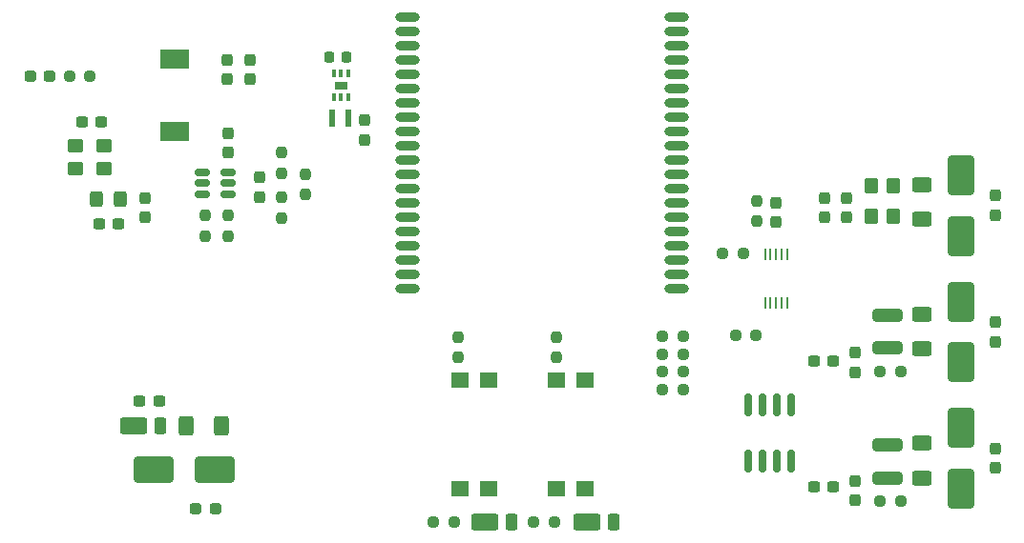
<source format=gbr>
%TF.GenerationSoftware,KiCad,Pcbnew,9.0.4*%
%TF.CreationDate,2025-09-18T14:16:59+03:00*%
%TF.ProjectId,HidroNode_Project,48696472-6f4e-46f6-9465-5f50726f6a65,rev?*%
%TF.SameCoordinates,Original*%
%TF.FileFunction,Paste,Top*%
%TF.FilePolarity,Positive*%
%FSLAX46Y46*%
G04 Gerber Fmt 4.6, Leading zero omitted, Abs format (unit mm)*
G04 Created by KiCad (PCBNEW 9.0.4) date 2025-09-18 14:16:59*
%MOMM*%
%LPD*%
G01*
G04 APERTURE LIST*
G04 Aperture macros list*
%AMRoundRect*
0 Rectangle with rounded corners*
0 $1 Rounding radius*
0 $2 $3 $4 $5 $6 $7 $8 $9 X,Y pos of 4 corners*
0 Add a 4 corners polygon primitive as box body*
4,1,4,$2,$3,$4,$5,$6,$7,$8,$9,$2,$3,0*
0 Add four circle primitives for the rounded corners*
1,1,$1+$1,$2,$3*
1,1,$1+$1,$4,$5*
1,1,$1+$1,$6,$7*
1,1,$1+$1,$8,$9*
0 Add four rect primitives between the rounded corners*
20,1,$1+$1,$2,$3,$4,$5,0*
20,1,$1+$1,$4,$5,$6,$7,0*
20,1,$1+$1,$6,$7,$8,$9,0*
20,1,$1+$1,$8,$9,$2,$3,0*%
G04 Aperture macros list end*
%ADD10C,0.010000*%
%ADD11RoundRect,0.237500X0.250000X0.237500X-0.250000X0.237500X-0.250000X-0.237500X0.250000X-0.237500X0*%
%ADD12RoundRect,0.237500X0.237500X-0.300000X0.237500X0.300000X-0.237500X0.300000X-0.237500X-0.300000X0*%
%ADD13RoundRect,0.237500X-0.237500X0.300000X-0.237500X-0.300000X0.237500X-0.300000X0.237500X0.300000X0*%
%ADD14RoundRect,0.250000X0.625000X-0.400000X0.625000X0.400000X-0.625000X0.400000X-0.625000X-0.400000X0*%
%ADD15RoundRect,0.237500X-0.237500X0.250000X-0.237500X-0.250000X0.237500X-0.250000X0.237500X0.250000X0*%
%ADD16R,1.600200X1.320800*%
%ADD17R,0.320000X0.660000*%
%ADD18RoundRect,0.250000X-0.400000X-0.625000X0.400000X-0.625000X0.400000X0.625000X-0.400000X0.625000X0*%
%ADD19RoundRect,0.237500X-0.287500X-0.237500X0.287500X-0.237500X0.287500X0.237500X-0.287500X0.237500X0*%
%ADD20RoundRect,0.237500X-0.250000X-0.237500X0.250000X-0.237500X0.250000X0.237500X-0.250000X0.237500X0*%
%ADD21RoundRect,0.250000X0.900000X-1.500000X0.900000X1.500000X-0.900000X1.500000X-0.900000X-1.500000X0*%
%ADD22R,2.500000X1.700000*%
%ADD23R,2.600000X1.700000*%
%ADD24RoundRect,0.237500X-0.300000X-0.237500X0.300000X-0.237500X0.300000X0.237500X-0.300000X0.237500X0*%
%ADD25RoundRect,0.250000X0.350000X0.450000X-0.350000X0.450000X-0.350000X-0.450000X0.350000X-0.450000X0*%
%ADD26RoundRect,0.237500X0.237500X-0.250000X0.237500X0.250000X-0.237500X0.250000X-0.237500X-0.250000X0*%
%ADD27RoundRect,0.250000X0.950000X0.500000X-0.950000X0.500000X-0.950000X-0.500000X0.950000X-0.500000X0*%
%ADD28RoundRect,0.250000X0.275000X0.500000X-0.275000X0.500000X-0.275000X-0.500000X0.275000X-0.500000X0*%
%ADD29RoundRect,0.250000X0.450000X-0.350000X0.450000X0.350000X-0.450000X0.350000X-0.450000X-0.350000X0*%
%ADD30RoundRect,0.250000X1.075000X-0.312500X1.075000X0.312500X-1.075000X0.312500X-1.075000X-0.312500X0*%
%ADD31RoundRect,0.250000X-0.350000X-0.450000X0.350000X-0.450000X0.350000X0.450000X-0.350000X0.450000X0*%
%ADD32RoundRect,0.250000X-1.500000X-0.900000X1.500000X-0.900000X1.500000X0.900000X-1.500000X0.900000X0*%
%ADD33RoundRect,0.150000X-0.512500X-0.150000X0.512500X-0.150000X0.512500X0.150000X-0.512500X0.150000X0*%
%ADD34RoundRect,0.250000X0.325000X0.450000X-0.325000X0.450000X-0.325000X-0.450000X0.325000X-0.450000X0*%
%ADD35RoundRect,0.237500X0.300000X0.237500X-0.300000X0.237500X-0.300000X-0.237500X0.300000X-0.237500X0*%
%ADD36RoundRect,0.225000X0.225000X0.250000X-0.225000X0.250000X-0.225000X-0.250000X0.225000X-0.250000X0*%
%ADD37R,0.550000X1.600000*%
%ADD38O,2.200000X0.800000*%
%ADD39RoundRect,0.150000X0.150000X-0.825000X0.150000X0.825000X-0.150000X0.825000X-0.150000X-0.825000X0*%
%ADD40R,0.250000X1.100000*%
G04 APERTURE END LIST*
D10*
%TO.C,U7*%
X68906000Y-48441000D02*
X67894000Y-48441000D01*
X67894000Y-47809000D01*
X68906000Y-47809000D01*
X68906000Y-48441000D01*
G36*
X68906000Y-48441000D02*
G01*
X67894000Y-48441000D01*
X67894000Y-47809000D01*
X68906000Y-47809000D01*
X68906000Y-48441000D01*
G37*
%TD*%
D11*
%TO.C,R57*%
X98725000Y-70400000D03*
X96900000Y-70400000D03*
%TD*%
%TO.C,R56*%
X98725000Y-72000000D03*
X96900000Y-72000000D03*
%TD*%
%TO.C,R55*%
X98725000Y-73600000D03*
X96900000Y-73600000D03*
%TD*%
%TO.C,R54*%
X98725000Y-75200000D03*
X96900000Y-75200000D03*
%TD*%
D12*
%TO.C,C2*%
X126400000Y-82150000D03*
X126400000Y-80425000D03*
%TD*%
%TO.C,C4*%
X113200000Y-59862500D03*
X113200000Y-58137500D03*
%TD*%
D13*
%TO.C,C17*%
X51000000Y-58137500D03*
X51000000Y-59862500D03*
%TD*%
D14*
%TO.C,RV3*%
X119900000Y-60050000D03*
X119900000Y-56950000D03*
%TD*%
D15*
%TO.C,R15*%
X78737500Y-70486100D03*
X78737500Y-72311100D03*
%TD*%
D12*
%TO.C,C22*%
X61200000Y-58025000D03*
X61200000Y-56300000D03*
%TD*%
D16*
%TO.C,U5*%
X78967500Y-84000000D03*
X81507500Y-84000000D03*
X81507500Y-74297200D03*
X78967500Y-74297200D03*
%TD*%
D12*
%TO.C,C7*%
X111300000Y-59862500D03*
X111300000Y-58137500D03*
%TD*%
D17*
%TO.C,U7*%
X67750000Y-49150000D03*
X68400000Y-49150000D03*
X69050000Y-49150000D03*
X69050000Y-47100000D03*
X68400000Y-47100000D03*
X67750000Y-47100000D03*
%TD*%
D14*
%TO.C,RV2*%
X119900000Y-71543750D03*
X119900000Y-68443750D03*
%TD*%
D18*
%TO.C,RV4*%
X54650000Y-78400000D03*
X57750000Y-78400000D03*
%TD*%
D19*
%TO.C,F1*%
X55484037Y-85750000D03*
X57234037Y-85750000D03*
%TD*%
D11*
%TO.C,R6*%
X118062500Y-73600000D03*
X116237500Y-73600000D03*
%TD*%
D20*
%TO.C,R13*%
X76575000Y-86898600D03*
X78400000Y-86898600D03*
%TD*%
D21*
%TO.C,D3*%
X123400000Y-61500000D03*
X123400000Y-56100000D03*
%TD*%
D22*
%TO.C,L4*%
X53600000Y-52225000D03*
D23*
X53600000Y-45800000D03*
%TD*%
D12*
%TO.C,C20*%
X58300000Y-47562500D03*
X58300000Y-45837500D03*
%TD*%
D15*
%TO.C,R14*%
X87500000Y-70486100D03*
X87500000Y-72311100D03*
%TD*%
D24*
%TO.C,C13*%
X50537500Y-76200000D03*
X52262500Y-76200000D03*
%TD*%
D25*
%TO.C,R4*%
X117400000Y-57050000D03*
X115400000Y-57050000D03*
%TD*%
D26*
%TO.C,R42*%
X58400000Y-61500000D03*
X58400000Y-59675000D03*
%TD*%
D15*
%TO.C,R47*%
X63100000Y-54087500D03*
X63100000Y-55912500D03*
%TD*%
D12*
%TO.C,C21*%
X60300000Y-47562500D03*
X60300000Y-45837500D03*
%TD*%
D27*
%TO.C,D5*%
X81137500Y-86898600D03*
D28*
X83512500Y-86898600D03*
%TD*%
D29*
%TO.C,R7*%
X44800000Y-55500000D03*
X44800000Y-53500000D03*
%TD*%
D30*
%TO.C,R2*%
X116900000Y-83000000D03*
X116900000Y-80075000D03*
%TD*%
D24*
%TO.C,C10*%
X110337500Y-72617500D03*
X112062500Y-72617500D03*
%TD*%
D31*
%TO.C,R1*%
X115400000Y-59800000D03*
X117400000Y-59800000D03*
%TD*%
D32*
%TO.C,D7*%
X51800000Y-82250000D03*
X57200000Y-82250000D03*
%TD*%
D33*
%TO.C,U8*%
X56100000Y-55875000D03*
X56100000Y-56825000D03*
X56100000Y-57775000D03*
X58375000Y-57775000D03*
X58375000Y-56825000D03*
X58375000Y-55875000D03*
%TD*%
D11*
%TO.C,R11*%
X105212500Y-70300000D03*
X103387500Y-70300000D03*
%TD*%
D27*
%TO.C,D8*%
X49950000Y-78400000D03*
D28*
X52325000Y-78400000D03*
%TD*%
D15*
%TO.C,R41*%
X56350000Y-59675000D03*
X56350000Y-61500000D03*
%TD*%
D11*
%TO.C,R5*%
X118062500Y-85037500D03*
X116237500Y-85037500D03*
%TD*%
D34*
%TO.C,C16*%
X48775000Y-58250000D03*
X46725000Y-58250000D03*
%TD*%
D35*
%TO.C,C8*%
X47112500Y-51400000D03*
X45387500Y-51400000D03*
%TD*%
D30*
%TO.C,R3*%
X116900000Y-71462500D03*
X116900000Y-68537500D03*
%TD*%
D35*
%TO.C,C15*%
X48662500Y-60400000D03*
X46937500Y-60400000D03*
%TD*%
D19*
%TO.C,D9*%
X40825000Y-47300000D03*
X42575000Y-47300000D03*
%TD*%
D11*
%TO.C,R10*%
X104075000Y-63050000D03*
X102250000Y-63050000D03*
%TD*%
D20*
%TO.C,R12*%
X85487500Y-86898600D03*
X87312500Y-86898600D03*
%TD*%
D13*
%TO.C,C14*%
X70500000Y-51237500D03*
X70500000Y-52962500D03*
%TD*%
D12*
%TO.C,C3*%
X126400000Y-70906250D03*
X126400000Y-69181250D03*
%TD*%
%TO.C,C6*%
X114000000Y-73625000D03*
X114000000Y-71900000D03*
%TD*%
D36*
%TO.C,C12*%
X68875000Y-45600000D03*
X67325000Y-45600000D03*
%TD*%
D37*
%TO.C,L1*%
X67625000Y-51050000D03*
X69075000Y-51050000D03*
%TD*%
D12*
%TO.C,C19*%
X58350000Y-54112500D03*
X58350000Y-52387500D03*
%TD*%
D24*
%TO.C,C9*%
X110337500Y-83800000D03*
X112062500Y-83800000D03*
%TD*%
D38*
%TO.C,U1*%
X74290000Y-42077393D03*
X74290000Y-43347393D03*
X74290000Y-44617393D03*
X74290000Y-45887393D03*
X74290000Y-47157393D03*
X74290000Y-48427393D03*
X74290000Y-49697393D03*
X74290000Y-50967393D03*
X74290000Y-52237393D03*
X74290000Y-53507393D03*
X74290000Y-54777393D03*
X74290000Y-56047393D03*
X74290000Y-57317393D03*
X74290000Y-58587393D03*
X74290000Y-59857393D03*
X74290000Y-61127393D03*
X74290000Y-62397393D03*
X74296800Y-63657393D03*
X74290000Y-64937393D03*
X74296800Y-66197393D03*
X98190000Y-42077393D03*
X98190000Y-43347393D03*
X98190000Y-44617393D03*
X98190000Y-45887393D03*
X98190000Y-47157393D03*
X98190000Y-48427393D03*
X98190000Y-49697393D03*
X98190000Y-50967393D03*
X98190000Y-52237393D03*
X98190000Y-53507393D03*
X98190000Y-54777393D03*
X98190000Y-56047393D03*
X98190000Y-57317393D03*
X98190000Y-58587393D03*
X98190000Y-59857393D03*
X98190000Y-61127393D03*
X98190000Y-62397393D03*
X98190000Y-63667393D03*
X98190000Y-64937393D03*
X98190000Y-66207393D03*
%TD*%
D12*
%TO.C,C11*%
X107000000Y-60275000D03*
X107000000Y-58550000D03*
%TD*%
D29*
%TO.C,R8*%
X47400000Y-55500000D03*
X47400000Y-53500000D03*
%TD*%
D14*
%TO.C,RV1*%
X119900000Y-83037500D03*
X119900000Y-79937500D03*
%TD*%
D12*
%TO.C,C1*%
X126400000Y-59662500D03*
X126400000Y-57937500D03*
%TD*%
D21*
%TO.C,D1*%
X123400000Y-83987500D03*
X123400000Y-78587500D03*
%TD*%
D16*
%TO.C,U4*%
X87530000Y-84000000D03*
X90070000Y-84000000D03*
X90070000Y-74297200D03*
X87530000Y-74297200D03*
%TD*%
D20*
%TO.C,R40*%
X44287500Y-47300000D03*
X46112500Y-47300000D03*
%TD*%
D15*
%TO.C,R48*%
X65200000Y-56000000D03*
X65200000Y-57825000D03*
%TD*%
D12*
%TO.C,C5*%
X114000000Y-85012500D03*
X114000000Y-83287500D03*
%TD*%
D27*
%TO.C,D4*%
X90237500Y-86898600D03*
D28*
X92612500Y-86898600D03*
%TD*%
D39*
%TO.C,U2*%
X104495000Y-81475000D03*
X105765000Y-81475000D03*
X107035000Y-81475000D03*
X108305000Y-81475000D03*
X108305000Y-76525000D03*
X107035000Y-76525000D03*
X105765000Y-76525000D03*
X104495000Y-76525000D03*
%TD*%
D21*
%TO.C,D2*%
X123400000Y-72743750D03*
X123400000Y-67343750D03*
%TD*%
D15*
%TO.C,R49*%
X63100000Y-58087500D03*
X63100000Y-59912500D03*
%TD*%
D40*
%TO.C,U3*%
X106000000Y-67450000D03*
X106500000Y-67450000D03*
X107000000Y-67450000D03*
X107500000Y-67450000D03*
X108000000Y-67450000D03*
X108000000Y-63150000D03*
X107500000Y-63150000D03*
X107000000Y-63150000D03*
X106500000Y-63150000D03*
X106000000Y-63150000D03*
%TD*%
D26*
%TO.C,R9*%
X105250000Y-60212500D03*
X105250000Y-58387500D03*
%TD*%
M02*

</source>
